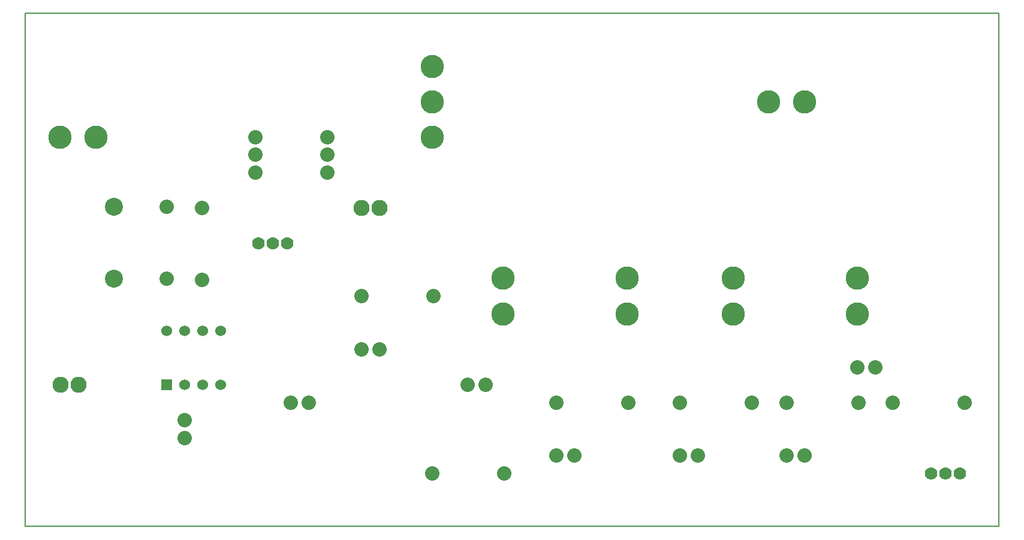
<source format=gbr>
G04 PROTEUS GERBER X2 FILE*
%TF.GenerationSoftware,Labcenter,Proteus,8.13-SP0-Build31525*%
%TF.CreationDate,2022-10-31T03:05:26+00:00*%
%TF.FileFunction,Soldermask,Bot*%
%TF.FilePolarity,Negative*%
%TF.Part,Single*%
%TF.SameCoordinates,{c032f36a-8843-4a41-912d-e50223fc27ad}*%
%FSLAX45Y45*%
%MOMM*%
G01*
%TA.AperFunction,Material*%
%ADD20C,3.302000*%
%ADD21C,2.540000*%
%ADD22C,2.032000*%
%ADD23C,2.286000*%
%TA.AperFunction,Material*%
%ADD24C,1.778000*%
%AMPPAD017*
4,1,36,
-0.635000,0.762000,
0.635000,0.762000,
0.660970,0.759470,
0.684980,0.752200,
0.706580,0.740650,
0.725290,0.725290,
0.740650,0.706570,
0.752200,0.684980,
0.759470,0.660970,
0.762000,0.635000,
0.762000,-0.635000,
0.759470,-0.660970,
0.752200,-0.684980,
0.740650,-0.706570,
0.725290,-0.725290,
0.706580,-0.740650,
0.684980,-0.752200,
0.660970,-0.759470,
0.635000,-0.762000,
-0.635000,-0.762000,
-0.660970,-0.759470,
-0.684980,-0.752200,
-0.706580,-0.740650,
-0.725290,-0.725290,
-0.740650,-0.706570,
-0.752200,-0.684980,
-0.759470,-0.660970,
-0.762000,-0.635000,
-0.762000,0.635000,
-0.759470,0.660970,
-0.752200,0.684980,
-0.740650,0.706570,
-0.725290,0.725290,
-0.706580,0.740650,
-0.684980,0.752200,
-0.660970,0.759470,
-0.635000,0.762000,
0*%
%TA.AperFunction,Material*%
%ADD25PPAD017*%
%ADD26C,1.524000*%
%TA.AperFunction,Profile*%
%ADD17C,0.203200*%
%TD.AperFunction*%
D20*
X-12750000Y+8250000D03*
X-13258000Y+8250000D03*
X-3250000Y+8750000D03*
X-2742000Y+8750000D03*
D21*
X-12500000Y+7266000D03*
X-12500000Y+6250000D03*
D22*
X-11750000Y+6250000D03*
X-11750000Y+7266000D03*
X-11250000Y+7250000D03*
X-11250000Y+6234000D03*
D20*
X-8000000Y+9250000D03*
X-8000000Y+8749620D03*
X-8000000Y+8249240D03*
D22*
X-10500000Y+8000000D03*
X-9484000Y+8000000D03*
X-10500000Y+7750000D03*
X-9484000Y+7750000D03*
X-10500000Y+8250000D03*
X-9484000Y+8250000D03*
D23*
X-13250000Y+4750000D03*
X-12996000Y+4750000D03*
X-9000000Y+7250000D03*
X-8746000Y+7250000D03*
D24*
X-546800Y+3500000D03*
X-750000Y+3500000D03*
X-953200Y+3500000D03*
D25*
X-11750000Y+4750000D03*
D26*
X-11496000Y+4750000D03*
X-11242000Y+4750000D03*
X-10988000Y+4750000D03*
X-10988000Y+5512000D03*
X-11242000Y+5512000D03*
X-11496000Y+5512000D03*
X-11750000Y+5512000D03*
D20*
X-7000000Y+5750000D03*
X-7000000Y+6258000D03*
X-5250000Y+5750000D03*
X-5250000Y+6258000D03*
X-3750000Y+5750000D03*
X-3750000Y+6258000D03*
X-2000000Y+5750000D03*
X-2000000Y+6258000D03*
D22*
X-11500000Y+4250000D03*
X-11500000Y+3996000D03*
X-6250000Y+4500000D03*
X-5234000Y+4500000D03*
X-4500000Y+4500000D03*
X-3484000Y+4500000D03*
X-3000000Y+4500000D03*
X-1984000Y+4500000D03*
X-1500000Y+4500000D03*
X-484000Y+4500000D03*
D24*
X-10453200Y+6750000D03*
X-10250000Y+6750000D03*
X-10046800Y+6750000D03*
D22*
X-6250000Y+3750000D03*
X-5996000Y+3750000D03*
X-4500000Y+3750000D03*
X-4246000Y+3750000D03*
X-3000000Y+3750000D03*
X-2746000Y+3750000D03*
X-7500000Y+4750000D03*
X-7246000Y+4750000D03*
X-10000000Y+4500000D03*
X-9746000Y+4500000D03*
X-9000000Y+5250000D03*
X-8746000Y+5250000D03*
X-8000000Y+3500000D03*
X-6984000Y+3500000D03*
X-2000000Y+5000000D03*
X-1746000Y+5000000D03*
X-9000000Y+6000000D03*
X-7984000Y+6000000D03*
D17*
X-13750000Y+2750000D02*
X+0Y+2750000D01*
X+0Y+10000000D01*
X-13750000Y+10000000D01*
X-13750000Y+2750000D01*
M02*

</source>
